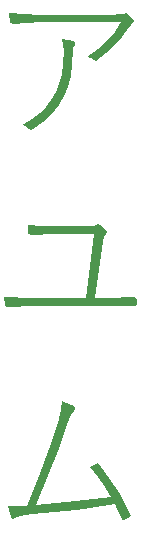
<source format=gbr>
%TF.GenerationSoftware,KiCad,Pcbnew,9.0.3*%
%TF.CreationDate,2025-08-01T16:01:54+05:00*%
%TF.ProjectId,plate,706c6174-652e-46b6-9963-61645f706362,rev?*%
%TF.SameCoordinates,Original*%
%TF.FileFunction,Soldermask,Top*%
%TF.FilePolarity,Negative*%
%FSLAX46Y46*%
G04 Gerber Fmt 4.6, Leading zero omitted, Abs format (unit mm)*
G04 Created by KiCad (PCBNEW 9.0.3) date 2025-08-01 16:01:54*
%MOMM*%
%LPD*%
G01*
G04 APERTURE LIST*
%ADD10C,0.150000*%
G04 APERTURE END LIST*
D10*
G36*
X32858078Y-89441207D02*
G01*
X34161700Y-89523947D01*
X35365231Y-89550505D01*
X41506107Y-89550505D01*
X42309708Y-89521990D01*
X42578943Y-89468684D01*
X42776780Y-89427773D01*
X42947750Y-89495551D01*
X43364184Y-89934577D01*
X43419139Y-90085397D01*
X43388454Y-90203858D01*
X43296407Y-90284455D01*
X43155301Y-90405031D01*
X43002094Y-90608077D01*
X42410767Y-91424748D01*
X41767310Y-92163623D01*
X41070433Y-92829174D01*
X40317865Y-93424808D01*
X40181089Y-93466329D01*
X40037596Y-93411374D01*
X39765794Y-93231211D01*
X39450192Y-93115230D01*
X40340862Y-92483260D01*
X41114811Y-91791923D01*
X41781092Y-91039634D01*
X42346302Y-90222784D01*
X35433619Y-90222784D01*
X34403851Y-90250286D01*
X33206735Y-90338799D01*
X33151780Y-90338799D01*
X33022135Y-90301563D01*
X32967377Y-90195307D01*
X32858078Y-89441207D01*
G37*
G36*
X33951065Y-98873255D02*
G01*
X34757997Y-98401067D01*
X35432565Y-97891496D01*
X35989379Y-97345301D01*
X36440051Y-96760957D01*
X36792830Y-96134682D01*
X37077446Y-95441946D01*
X37291569Y-94642689D01*
X37427897Y-93721297D01*
X37476100Y-92660327D01*
X37439344Y-92100276D01*
X37332607Y-91590544D01*
X37911063Y-91668414D01*
X38282101Y-91767620D01*
X38407746Y-91851525D01*
X38445744Y-91965457D01*
X38398116Y-92121772D01*
X38302598Y-92355629D01*
X38268668Y-92646284D01*
X38215669Y-93756933D01*
X38063344Y-94754706D01*
X37819627Y-95652538D01*
X37489533Y-96461967D01*
X37040354Y-97224746D01*
X36461449Y-97939904D01*
X35740251Y-98611720D01*
X34859648Y-99241451D01*
X34702722Y-99289078D01*
X34538469Y-99220690D01*
X34270216Y-99015732D01*
X33951065Y-98873255D01*
G37*
G36*
X40092551Y-113533077D02*
G01*
X41130583Y-113533077D01*
X43494243Y-113492166D01*
X43619405Y-113528291D01*
X43657886Y-113628332D01*
X43657886Y-114090561D01*
X43620334Y-114203218D01*
X43507677Y-114240771D01*
X41076239Y-114213293D01*
X34948186Y-114213293D01*
X32694435Y-114274965D01*
X32639481Y-114274965D01*
X32530711Y-114234712D01*
X32482555Y-114104605D01*
X32441644Y-113478733D01*
X34913992Y-113533077D01*
X39327460Y-113533077D01*
X40078507Y-108132868D01*
X36662771Y-108132868D01*
X34681961Y-108187822D01*
X34551588Y-108146008D01*
X34484125Y-108017463D01*
X34429170Y-107370219D01*
X35626142Y-107432831D01*
X36696965Y-107452651D01*
X39572924Y-107452651D01*
X40061187Y-107420819D01*
X40249477Y-107356786D01*
X40420447Y-107302442D01*
X40584090Y-107356786D01*
X41042045Y-107758565D01*
X41110433Y-107928925D01*
X41042045Y-108105390D01*
X40900310Y-108366705D01*
X40809404Y-108744696D01*
X40092551Y-113533077D01*
G37*
G36*
X37311846Y-122298709D02*
G01*
X37921965Y-122495038D01*
X38357206Y-122716364D01*
X38419105Y-122780352D01*
X38439027Y-122859856D01*
X38414839Y-122959478D01*
X38329728Y-123079064D01*
X38076959Y-123437342D01*
X37810712Y-124078018D01*
X36985481Y-126493813D01*
X36094892Y-128823899D01*
X35139917Y-131071301D01*
X38534512Y-130776070D01*
X41479240Y-130388032D01*
X40961813Y-129516325D01*
X40379574Y-128677487D01*
X39730461Y-127869888D01*
X40208566Y-127576186D01*
X40324582Y-127535275D01*
X40387840Y-127555781D01*
X40461358Y-127631140D01*
X41333624Y-128769239D01*
X42219834Y-130171389D01*
X43118720Y-131875471D01*
X43145587Y-131964009D01*
X43126620Y-132031658D01*
X43063765Y-132094068D01*
X42585660Y-132360293D01*
X42517272Y-132381053D01*
X42446361Y-132353487D01*
X42373779Y-132250383D01*
X42090413Y-131608895D01*
X41786375Y-131029169D01*
X38559944Y-131468704D01*
X34804693Y-131870586D01*
X33784066Y-132017361D01*
X33377094Y-132164288D01*
X33185974Y-132232676D01*
X33081539Y-132205142D01*
X33015004Y-132123377D01*
X32721302Y-131153122D01*
X33425332Y-131187316D01*
X34347349Y-131153122D01*
X35390224Y-128640049D01*
X36262532Y-126298836D01*
X36977234Y-124118928D01*
X37227496Y-123067779D01*
X37311846Y-122298709D01*
G37*
M02*

</source>
